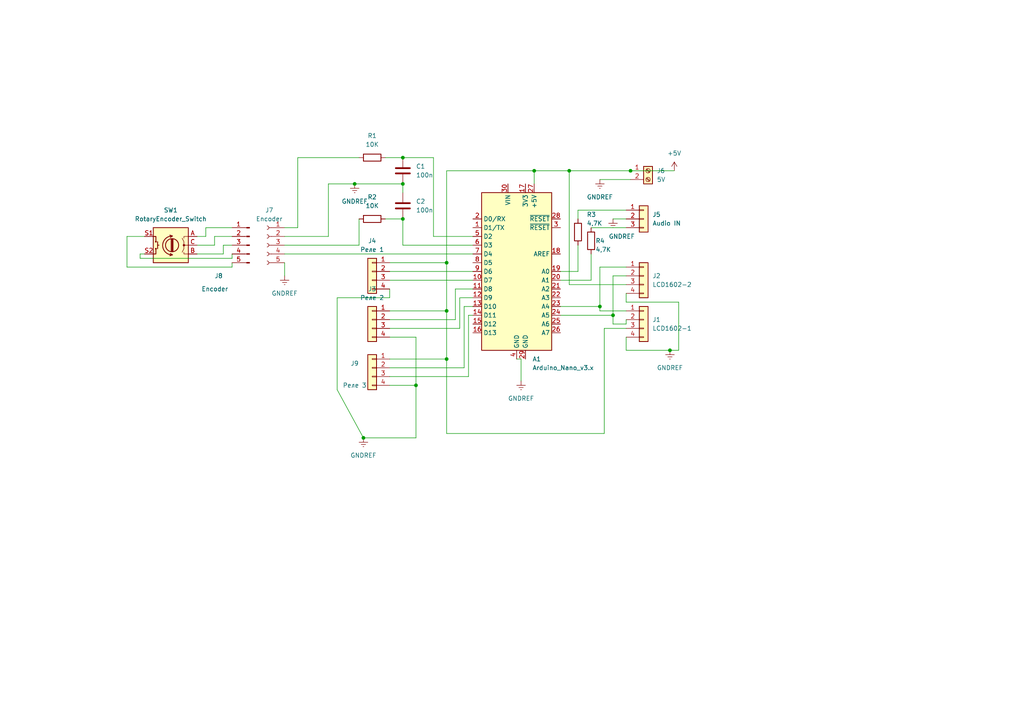
<source format=kicad_sch>
(kicad_sch (version 20211123) (generator eeschema)
  (paper "A4")
  (lib_symbols
    (symbol "Connector:Conn_01x05_Female" (pin_names (offset 1.016) hide)
      (property "Reference" "J" (at 0 7.62 0))
      (property "Value" "Conn_01x05_Female" (at 0 -7.62 0))
      (symbol "Conn_01x05_Female_1_1"
        (arc (start 0 -4.572) (mid -0.508 -5.08) (end 0 -5.588) (stroke (width 0.1524)))
        (arc (start 0 -2.032) (mid -0.508 -2.54) (end 0 -3.048) (stroke (width 0.1524)))
        (polyline (pts (xy -1.27 -5.08) (xy -0.508 -5.08)) (stroke (width 0.1524)))
        (polyline (pts (xy -1.27 -2.54) (xy -0.508 -2.54)) (stroke (width 0.1524)))
        (polyline (pts (xy -1.27 0) (xy -0.508 0)) (stroke (width 0.1524)))
        (polyline (pts (xy -1.27 2.54) (xy -0.508 2.54)) (stroke (width 0.1524)))
        (polyline (pts (xy -1.27 5.08) (xy -0.508 5.08)) (stroke (width 0.1524)))
        (arc (start 0 0.508) (mid -0.508 0) (end 0 -0.508) (stroke (width 0.1524)))
        (arc (start 0 3.048) (mid -0.508 2.54) (end 0 2.032) (stroke (width 0.1524)))
        (arc (start 0 5.588) (mid -0.508 5.08) (end 0 4.572) (stroke (width 0.1524)))
        (pin passive line (at -5.08 5.08 0) (length 3.81) (name "Pin_1") (number "1"))
        (pin passive line (at -5.08 2.54 0) (length 3.81) (name "Pin_2") (number "2"))
        (pin passive line (at -5.08 0 0) (length 3.81) (name "Pin_3") (number "3"))
        (pin passive line (at -5.08 -2.54 0) (length 3.81) (name "Pin_4") (number "4"))
        (pin passive line (at -5.08 -5.08 0) (length 3.81) (name "Pin_5") (number "5"))
      )
    )
    (symbol "Connector:Conn_01x05_Male" (pin_names (offset 1.016) hide)
      (property "Reference" "J" (at 0 7.62 0))
      (property "Value" "Conn_01x05_Male" (at 0 -7.62 0))
      (symbol "Conn_01x05_Male_1_1"
        (polyline (pts (xy 1.27 -5.08) (xy 0.8636 -5.08)) (stroke (width 0.1524)))
        (polyline (pts (xy 1.27 -2.54) (xy 0.8636 -2.54)) (stroke (width 0.1524)))
        (polyline (pts (xy 1.27 0) (xy 0.8636 0)) (stroke (width 0.1524)))
        (polyline (pts (xy 1.27 2.54) (xy 0.8636 2.54)) (stroke (width 0.1524)))
        (polyline (pts (xy 1.27 5.08) (xy 0.8636 5.08)) (stroke (width 0.1524)))
        (rectangle (start 0.8636 -4.953) (end 0 -5.207) (stroke (width 0.1524)) (fill (type outline)))
        (rectangle (start 0.8636 -2.413) (end 0 -2.667) (stroke (width 0.1524)) (fill (type outline)))
        (rectangle (start 0.8636 0.127) (end 0 -0.127) (stroke (width 0.1524)) (fill (type outline)))
        (rectangle (start 0.8636 2.667) (end 0 2.413) (stroke (width 0.1524)) (fill (type outline)))
        (rectangle (start 0.8636 5.207) (end 0 4.953) (stroke (width 0.1524)) (fill (type outline)))
        (pin passive line (at 5.08 5.08 180) (length 3.81) (name "Pin_1") (number "1"))
        (pin passive line (at 5.08 2.54 180) (length 3.81) (name "Pin_2") (number "2"))
        (pin passive line (at 5.08 0 180) (length 3.81) (name "Pin_3") (number "3"))
        (pin passive line (at 5.08 -2.54 180) (length 3.81) (name "Pin_4") (number "4"))
        (pin passive line (at 5.08 -5.08 180) (length 3.81) (name "Pin_5") (number "5"))
      )
    )
    (symbol "Connector:Screw_Terminal_01x02" (pin_names (offset 1.016) hide)
      (property "Reference" "J" (at 0 2.54 0))
      (property "Value" "Screw_Terminal_01x02" (at 0 -5.08 0))
      (symbol "Screw_Terminal_01x02_1_1"
        (rectangle (start -1.27 1.27) (end 1.27 -3.81) (stroke (width 0.254)) (fill (type background)))
        (circle (center 0 -2.54) (radius 0.635) (stroke (width 0.1524)))
        (polyline (pts (xy -0.5334 -2.2098) (xy 0.3302 -3.048)) (stroke (width 0.1524)))
        (polyline (pts (xy -0.5334 0.3302) (xy 0.3302 -0.508)) (stroke (width 0.1524)))
        (polyline (pts (xy -0.3556 -2.032) (xy 0.508 -2.8702)) (stroke (width 0.1524)))
        (polyline (pts (xy -0.3556 0.508) (xy 0.508 -0.3302)) (stroke (width 0.1524)))
        (circle (center 0 0) (radius 0.635) (stroke (width 0.1524)))
        (pin passive line (at -5.08 0 0) (length 3.81) (name "Pin_1") (number "1"))
        (pin passive line (at -5.08 -2.54 0) (length 3.81) (name "Pin_2") (number "2"))
      )
    )
    (symbol "Connector_Generic:Conn_01x03" (pin_names (offset 1.016) hide)
      (property "Reference" "J" (at 0 5.08 0))
      (property "Value" "Conn_01x03" (at 0 -5.08 0))
      (symbol "Conn_01x03_1_1"
        (rectangle (start -1.27 -2.413) (end 0 -2.667) (stroke (width 0.1524)))
        (rectangle (start -1.27 0.127) (end 0 -0.127) (stroke (width 0.1524)))
        (rectangle (start -1.27 2.667) (end 0 2.413) (stroke (width 0.1524)))
        (rectangle (start -1.27 3.81) (end 1.27 -3.81) (stroke (width 0.254)) (fill (type background)))
        (pin passive line (at -5.08 2.54 0) (length 3.81) (name "Pin_1") (number "1"))
        (pin passive line (at -5.08 0 0) (length 3.81) (name "Pin_2") (number "2"))
        (pin passive line (at -5.08 -2.54 0) (length 3.81) (name "Pin_3") (number "3"))
      )
    )
    (symbol "Connector_Generic:Conn_01x04" (pin_names (offset 1.016) hide)
      (property "Reference" "J" (at 0 5.08 0))
      (property "Value" "Conn_01x04" (at 0 -7.62 0))
      (symbol "Conn_01x04_1_1"
        (rectangle (start -1.27 -4.953) (end 0 -5.207) (stroke (width 0.1524)))
        (rectangle (start -1.27 -2.413) (end 0 -2.667) (stroke (width 0.1524)))
        (rectangle (start -1.27 0.127) (end 0 -0.127) (stroke (width 0.1524)))
        (rectangle (start -1.27 2.667) (end 0 2.413) (stroke (width 0.1524)))
        (rectangle (start -1.27 3.81) (end 1.27 -6.35) (stroke (width 0.254)) (fill (type background)))
        (pin passive line (at -5.08 2.54 0) (length 3.81) (name "Pin_1") (number "1"))
        (pin passive line (at -5.08 0 0) (length 3.81) (name "Pin_2") (number "2"))
        (pin passive line (at -5.08 -2.54 0) (length 3.81) (name "Pin_3") (number "3"))
        (pin passive line (at -5.08 -5.08 0) (length 3.81) (name "Pin_4") (number "4"))
      )
    )
    (symbol "Device:C" (pin_numbers hide) (pin_names (offset 0.254))
      (property "Reference" "C" (at 0.635 2.54 0))
      (property "Value" "C" (at 0.635 -2.54 0))
      (symbol "C_0_1"
        (polyline (pts (xy -2.032 -0.762) (xy 2.032 -0.762)) (stroke (width 0.508)))
        (polyline (pts (xy -2.032 0.762) (xy 2.032 0.762)) (stroke (width 0.508)))
      )
      (symbol "C_1_1"
        (pin passive line (at 0 3.81 270) (length 2.794) (name "~") (number "1"))
        (pin passive line (at 0 -3.81 90) (length 2.794) (name "~") (number "2"))
      )
    )
    (symbol "Device:R" (pin_numbers hide) (pin_names (offset 0))
      (property "Reference" "R" (at 2.032 0 90))
      (property "Value" "R" (at 0 0 90))
      (symbol "R_0_1"
        (rectangle (start -1.016 -2.54) (end 1.016 2.54) (stroke (width 0.254)))
      )
      (symbol "R_1_1"
        (pin passive line (at 0 3.81 270) (length 1.27) (name "~") (number "1"))
        (pin passive line (at 0 -3.81 90) (length 1.27) (name "~") (number "2"))
      )
    )
    (symbol "Device:RotaryEncoder_Switch" (pin_names (offset 0.254) hide)
      (property "Reference" "SW" (at 0 6.604 0))
      (property "Value" "RotaryEncoder_Switch" (at 0 -6.604 0))
      (symbol "RotaryEncoder_Switch_0_1"
        (rectangle (start -5.08 5.08) (end 5.08 -5.08) (stroke (width 0.254)) (fill (type background)))
        (circle (center -3.81 0) (radius 0.254) (fill (type outline)))
        (arc (start -0.381 -2.794) (mid 2.3622 -0.0508) (end -0.381 2.667) (stroke (width 0.254)))
        (circle (center -0.381 0) (radius 1.905) (stroke (width 0.254)))
        (polyline (pts (xy -0.635 -1.778) (xy -0.635 1.778)) (stroke (width 0.254)))
        (polyline (pts (xy -0.381 -1.778) (xy -0.381 1.778)) (stroke (width 0.254)))
        (polyline (pts (xy -0.127 1.778) (xy -0.127 -1.778)) (stroke (width 0.254)))
        (polyline (pts (xy 3.81 0) (xy 3.429 0)) (stroke (width 0.254)))
        (polyline (pts (xy 3.81 1.016) (xy 3.81 -1.016)) (stroke (width 0.254)))
        (polyline (pts (xy -5.08 -2.54) (xy -3.81 -2.54) (xy -3.81 -2.032)))
        (polyline (pts (xy -5.08 2.54) (xy -3.81 2.54) (xy -3.81 2.032)))
        (polyline (pts (xy 0.254 -3.048) (xy -0.508 -2.794) (xy 0.127 -2.413)) (stroke (width 0.254)))
        (polyline (pts (xy 0.254 2.921) (xy -0.508 2.667) (xy 0.127 2.286)) (stroke (width 0.254)))
        (polyline (pts (xy 5.08 -2.54) (xy 4.318 -2.54) (xy 4.318 -1.016)) (stroke (width 0.254)))
        (polyline (pts (xy 5.08 2.54) (xy 4.318 2.54) (xy 4.318 1.016)) (stroke (width 0.254)))
        (polyline (pts (xy -5.08 0) (xy -3.81 0) (xy -3.81 -1.016) (xy -3.302 -2.032)))
        (polyline (pts (xy -4.318 0) (xy -3.81 0) (xy -3.81 1.016) (xy -3.302 2.032)))
        (circle (center 4.318 -1.016) (radius 0.127) (stroke (width 0.254)))
        (circle (center 4.318 1.016) (radius 0.127) (stroke (width 0.254)))
      )
      (symbol "RotaryEncoder_Switch_1_1"
        (pin passive line (at -7.62 2.54 0) (length 2.54) (name "A") (number "A"))
        (pin passive line (at -7.62 -2.54 0) (length 2.54) (name "B") (number "B"))
        (pin passive line (at -7.62 0 0) (length 2.54) (name "C") (number "C"))
        (pin passive line (at 7.62 2.54 180) (length 2.54) (name "S1") (number "S1"))
        (pin passive line (at 7.62 -2.54 180) (length 2.54) (name "S2") (number "S2"))
      )
    )
    (symbol "MCU_Module:Arduino_Nano_v3.x"
      (property "Reference" "A" (at -10.16 23.495 0))
      (property "Value" "Arduino_Nano_v3.x" (at 5.08 -24.13 0))
      (symbol "Arduino_Nano_v3.x_0_1"
        (rectangle (start -10.16 22.86) (end 10.16 -22.86) (stroke (width 0.254)) (fill (type background)))
      )
      (symbol "Arduino_Nano_v3.x_1_1"
        (pin bidirectional line (at -12.7 12.7 0) (length 2.54) (name "D1/TX") (number "1"))
        (pin bidirectional line (at -12.7 -2.54 0) (length 2.54) (name "D7") (number "10"))
        (pin bidirectional line (at -12.7 -5.08 0) (length 2.54) (name "D8") (number "11"))
        (pin bidirectional line (at -12.7 -7.62 0) (length 2.54) (name "D9") (number "12"))
        (pin bidirectional line (at -12.7 -10.16 0) (length 2.54) (name "D10") (number "13"))
        (pin bidirectional line (at -12.7 -12.7 0) (length 2.54) (name "D11") (number "14"))
        (pin bidirectional line (at -12.7 -15.24 0) (length 2.54) (name "D12") (number "15"))
        (pin bidirectional line (at -12.7 -17.78 0) (length 2.54) (name "D13") (number "16"))
        (pin power_out line (at 2.54 25.4 270) (length 2.54) (name "3V3") (number "17"))
        (pin input line (at 12.7 5.08 180) (length 2.54) (name "AREF") (number "18"))
        (pin bidirectional line (at 12.7 0 180) (length 2.54) (name "A0") (number "19"))
        (pin bidirectional line (at -12.7 15.24 0) (length 2.54) (name "D0/RX") (number "2"))
        (pin bidirectional line (at 12.7 -2.54 180) (length 2.54) (name "A1") (number "20"))
        (pin bidirectional line (at 12.7 -5.08 180) (length 2.54) (name "A2") (number "21"))
        (pin bidirectional line (at 12.7 -7.62 180) (length 2.54) (name "A3") (number "22"))
        (pin bidirectional line (at 12.7 -10.16 180) (length 2.54) (name "A4") (number "23"))
        (pin bidirectional line (at 12.7 -12.7 180) (length 2.54) (name "A5") (number "24"))
        (pin bidirectional line (at 12.7 -15.24 180) (length 2.54) (name "A6") (number "25"))
        (pin bidirectional line (at 12.7 -17.78 180) (length 2.54) (name "A7") (number "26"))
        (pin power_out line (at 5.08 25.4 270) (length 2.54) (name "+5V") (number "27"))
        (pin input line (at 12.7 15.24 180) (length 2.54) (name "~{RESET}") (number "28"))
        (pin power_in line (at 2.54 -25.4 90) (length 2.54) (name "GND") (number "29"))
        (pin input line (at 12.7 12.7 180) (length 2.54) (name "~{RESET}") (number "3"))
        (pin power_in line (at -2.54 25.4 270) (length 2.54) (name "VIN") (number "30"))
        (pin power_in line (at 0 -25.4 90) (length 2.54) (name "GND") (number "4"))
        (pin bidirectional line (at -12.7 10.16 0) (length 2.54) (name "D2") (number "5"))
        (pin bidirectional line (at -12.7 7.62 0) (length 2.54) (name "D3") (number "6"))
        (pin bidirectional line (at -12.7 5.08 0) (length 2.54) (name "D4") (number "7"))
        (pin bidirectional line (at -12.7 2.54 0) (length 2.54) (name "D5") (number "8"))
        (pin bidirectional line (at -12.7 0 0) (length 2.54) (name "D6") (number "9"))
      )
    )
    (symbol "power:+5V" (power) (pin_names (offset 0))
      (property "Value" "+5V" (at 0 3.556 0))
      (symbol "+5V_0_1"
        (polyline (pts (xy -0.762 1.27) (xy 0 2.54)))
        (polyline (pts (xy 0 0) (xy 0 2.54)))
        (polyline (pts (xy 0 2.54) (xy 0.762 1.27)))
      )
      (symbol "+5V_1_1"
        (pin power_in line (at 0 0 90) (length 0) hide (name "+5V") (number "1"))
      )
    )
    (symbol "power:GNDREF" (power) (pin_names (offset 0))
      (property "Value" "GNDREF" (at 0 -3.81 0))
      (symbol "GNDREF_0_1"
        (polyline (pts (xy -0.635 -1.905) (xy 0.635 -1.905)))
        (polyline (pts (xy -0.127 -2.54) (xy 0.127 -2.54)))
        (polyline (pts (xy 0 -1.27) (xy 0 0)))
        (polyline (pts (xy 1.27 -1.27) (xy -1.27 -1.27)))
      )
      (symbol "GNDREF_1_1"
        (pin power_in line (at 0 0 270) (length 0) hide (name "GNDREF") (number "1"))
      )
    )
  )
  (junction (at 129.54 104.14))
  (junction (at 165.1 49.53))
  (junction (at 105.41 127))
  (junction (at 154.94 49.53))
  (junction (at 194.31 101.6))
  (junction (at 129.54 76.2))
  (junction (at 116.84 63.5))
  (junction (at 182.88 49.53))
  (junction (at 120.65 111.76))
  (junction (at 116.84 53.34))
  (junction (at 116.84 45.72))
  (junction (at 129.54 90.17))
  (junction (at 102.87 53.34))
  (junction (at 177.8 91.44))
  (junction (at 173.99 88.9))
  (wire (pts (xy 111.76 63.5) (xy 116.84 63.5)))
  (wire (pts (xy 36.83 68.58) (xy 36.83 77.47)))
  (wire (pts (xy 113.03 109.22) (xy 135.89 109.22)))
  (wire (pts (xy 129.54 49.53) (xy 154.94 49.53)))
  (wire (pts (xy 137.16 71.12) (xy 116.84 71.12)))
  (wire (pts (xy 196.85 87.63) (xy 196.85 101.6)))
  (wire (pts (xy 181.61 93.98) (xy 181.61 92.71)))
  (wire (pts (xy 86.36 45.72) (xy 104.14 45.72)))
  (wire (pts (xy 116.84 71.12) (xy 116.84 63.5)))
  (wire (pts (xy 125.73 68.58) (xy 125.73 45.72)))
  (wire (pts (xy 196.85 101.6) (xy 194.31 101.6)))
  (wire (pts (xy 113.03 104.14) (xy 129.54 104.14)))
  (wire (pts (xy 135.89 109.22) (xy 135.89 91.44)))
  (wire (pts (xy 125.73 45.72) (xy 116.84 45.72)))
  (wire (pts (xy 171.45 81.28) (xy 162.56 81.28)))
  (wire (pts (xy 82.55 68.58) (xy 95.25 68.58)))
  (wire (pts (xy 181.61 80.01) (xy 177.8 80.01)))
  (wire (pts (xy 129.54 90.17) (xy 129.54 104.14)))
  (wire (pts (xy 165.1 82.55) (xy 165.1 49.53)))
  (wire (pts (xy 113.03 86.36) (xy 113.03 83.82)))
  (wire (pts (xy 175.26 125.73) (xy 129.54 125.73)))
  (wire (pts (xy 105.41 127) (xy 120.65 127)))
  (wire (pts (xy 151.13 104.14) (xy 151.13 110.49)))
  (wire (pts (xy 57.15 68.58) (xy 59.69 68.58)))
  (wire (pts (xy 167.64 71.12) (xy 167.64 78.74)))
  (wire (pts (xy 149.86 104.14) (xy 151.13 104.14)))
  (wire (pts (xy 62.23 68.58) (xy 67.31 68.58)))
  (wire (pts (xy 171.45 66.04) (xy 181.61 66.04)))
  (wire (pts (xy 129.54 104.14) (xy 129.54 125.73)))
  (wire (pts (xy 173.99 88.9) (xy 173.99 90.17)))
  (wire (pts (xy 129.54 76.2) (xy 129.54 90.17)))
  (wire (pts (xy 175.26 95.25) (xy 175.26 125.73)))
  (wire (pts (xy 36.83 77.47) (xy 67.31 77.47)))
  (wire (pts (xy 64.77 71.12) (xy 67.31 71.12)))
  (wire (pts (xy 67.31 77.47) (xy 67.31 76.2)))
  (wire (pts (xy 129.54 49.53) (xy 129.54 76.2)))
  (wire (pts (xy 134.62 106.68) (xy 134.62 88.9)))
  (wire (pts (xy 171.45 73.66) (xy 171.45 81.28)))
  (wire (pts (xy 113.03 76.2) (xy 129.54 76.2)))
  (wire (pts (xy 133.35 95.25) (xy 133.35 86.36)))
  (wire (pts (xy 181.61 82.55) (xy 165.1 82.55)))
  (wire (pts (xy 132.08 92.71) (xy 132.08 83.82)))
  (wire (pts (xy 154.94 49.53) (xy 154.94 53.34)))
  (wire (pts (xy 64.77 73.66) (xy 64.77 71.12)))
  (wire (pts (xy 181.61 95.25) (xy 175.26 95.25)))
  (wire (pts (xy 113.03 81.28) (xy 137.16 81.28)))
  (wire (pts (xy 82.55 80.01) (xy 82.55 76.2)))
  (wire (pts (xy 181.61 63.5) (xy 177.8 63.5)))
  (wire (pts (xy 67.31 74.93) (xy 67.31 73.66)))
  (wire (pts (xy 113.03 92.71) (xy 132.08 92.71)))
  (wire (pts (xy 86.36 66.04) (xy 86.36 45.72)))
  (wire (pts (xy 181.61 87.63) (xy 196.85 87.63)))
  (wire (pts (xy 181.61 97.79) (xy 181.61 101.6)))
  (wire (pts (xy 181.61 85.09) (xy 181.61 87.63)))
  (wire (pts (xy 173.99 90.17) (xy 181.61 90.17)))
  (wire (pts (xy 167.64 60.96) (xy 181.61 60.96)))
  (wire (pts (xy 59.69 66.04) (xy 67.31 66.04)))
  (wire (pts (xy 173.99 77.47) (xy 173.99 88.9)))
  (wire (pts (xy 82.55 66.04) (xy 86.36 66.04)))
  (wire (pts (xy 154.94 49.53) (xy 165.1 49.53)))
  (wire (pts (xy 97.79 86.36) (xy 97.79 113.03)))
  (wire (pts (xy 167.64 78.74) (xy 162.56 78.74)))
  (wire (pts (xy 57.15 71.12) (xy 62.23 71.12)))
  (wire (pts (xy 59.69 68.58) (xy 59.69 66.04)))
  (wire (pts (xy 41.91 68.58) (xy 36.83 68.58)))
  (wire (pts (xy 104.14 71.12) (xy 104.14 63.5)))
  (wire (pts (xy 177.8 93.98) (xy 181.61 93.98)))
  (wire (pts (xy 40.64 73.66) (xy 40.64 74.93)))
  (wire (pts (xy 113.03 78.74) (xy 137.16 78.74)))
  (wire (pts (xy 41.91 73.66) (xy 40.64 73.66)))
  (wire (pts (xy 135.89 91.44) (xy 137.16 91.44)))
  (wire (pts (xy 177.8 80.01) (xy 177.8 91.44)))
  (wire (pts (xy 97.79 86.36) (xy 113.03 86.36)))
  (wire (pts (xy 137.16 68.58) (xy 125.73 68.58)))
  (wire (pts (xy 97.79 113.03) (xy 105.41 127)))
  (wire (pts (xy 82.55 73.66) (xy 137.16 73.66)))
  (wire (pts (xy 181.61 77.47) (xy 173.99 77.47)))
  (wire (pts (xy 162.56 91.44) (xy 177.8 91.44)))
  (wire (pts (xy 120.65 97.79) (xy 120.65 111.76)))
  (wire (pts (xy 95.25 68.58) (xy 95.25 53.34)))
  (wire (pts (xy 182.88 49.53) (xy 195.58 49.53)))
  (wire (pts (xy 40.64 74.93) (xy 67.31 74.93)))
  (wire (pts (xy 167.64 63.5) (xy 167.64 60.96)))
  (wire (pts (xy 62.23 71.12) (xy 62.23 68.58)))
  (wire (pts (xy 82.55 71.12) (xy 104.14 71.12)))
  (wire (pts (xy 133.35 86.36) (xy 137.16 86.36)))
  (wire (pts (xy 57.15 73.66) (xy 64.77 73.66)))
  (wire (pts (xy 165.1 49.53) (xy 182.88 49.53)))
  (wire (pts (xy 102.87 53.34) (xy 116.84 53.34)))
  (wire (pts (xy 162.56 88.9) (xy 173.99 88.9)))
  (wire (pts (xy 134.62 88.9) (xy 137.16 88.9)))
  (wire (pts (xy 182.88 52.07) (xy 173.99 52.07)))
  (wire (pts (xy 113.03 106.68) (xy 134.62 106.68)))
  (wire (pts (xy 95.25 53.34) (xy 102.87 53.34)))
  (wire (pts (xy 181.61 101.6) (xy 194.31 101.6)))
  (wire (pts (xy 177.8 91.44) (xy 177.8 93.98)))
  (wire (pts (xy 113.03 90.17) (xy 129.54 90.17)))
  (wire (pts (xy 113.03 111.76) (xy 120.65 111.76)))
  (wire (pts (xy 116.84 53.34) (xy 116.84 55.88)))
  (wire (pts (xy 120.65 111.76) (xy 120.65 127)))
  (wire (pts (xy 113.03 95.25) (xy 133.35 95.25)))
  (wire (pts (xy 120.65 97.79) (xy 113.03 97.79)))
  (wire (pts (xy 111.76 45.72) (xy 116.84 45.72)))
  (wire (pts (xy 132.08 83.82) (xy 137.16 83.82)))
  (symbol (lib_id "Connector_Generic:Conn_01x04") (at 186.69 92.71 0) (unit 1)
    (property "Reference" "J1" (at 189.23 92.7099 0) (effects (justify left)))
    (property "Value" "LCD1602-1" (at 189.23 95.2499 0) (effects (justify left)))
    (property "Footprint" "Connector_JST:JST_XH_B4B-XH-A_1x04_P2.50mm_Vertical" (effects hide))
  )
  (symbol (lib_id "Connector:Screw_Terminal_01x02") (at 187.96 49.53 0) (unit 1)
    (property "Reference" "J6" (at 190.5 49.5299 0) (effects (justify left)))
    (property "Value" "5V" (at 190.5 52.0699 0) (effects (justify left)))
    (property "Footprint" "TerminalBlock:TerminalBlock_bornier-2_P5.08mm" (effects hide))
  )
  (symbol (lib_id "Connector_Generic:Conn_01x04") (at 107.95 78.74 0) (mirror y) (unit 1)
    (property "Reference" "J4" (at 107.95 69.85 0))
    (property "Value" "Реле 1" (at 107.95 72.39 0))
    (property "Footprint" "Connector_JST:JST_XH_B4B-XH-A_1x04_P2.50mm_Vertical" (effects hide))
  )
  (symbol (lib_id "power:+5V") (at 195.58 49.53 0) (unit 1)
    (property "Reference" "#PWR0105" (effects hide))
    (property "Value" "+5V" (at 195.58 44.45 0))
  )
  (symbol (lib_id "Device:R") (at 171.45 69.85 0) (unit 1)
    (property "Reference" "R4" (at 172.72 69.85 0) (effects (justify left)))
    (property "Value" "4,7K" (at 172.72 72.39 0) (effects (justify left)))
    (property "Footprint" "Resistor_THT:R_Axial_DIN0207_L6.3mm_D2.5mm_P10.16mm_Horizontal" (effects hide))
  )
  (symbol (lib_id "MCU_Module:Arduino_Nano_v3.x") (at 149.86 78.74 0) (unit 1)
    (property "Reference" "A1" (at 154.4194 104.14 0) (effects (justify left)))
    (property "Value" "Arduino_Nano_v3.x" (at 154.4194 106.68 0) (effects (justify left)))
    (property "Footprint" "Module:Arduino_Nano" (effects hide))
    (property "Datasheet" "http://www.mouser.com/pdfdocs/Gravitech_Arduino_Nano3_0.pdf" (effects hide))
  )
  (symbol (lib_id "Connector_Generic:Conn_01x04") (at 186.69 80.01 0) (unit 1)
    (property "Reference" "J2" (at 189.23 80.0099 0) (effects (justify left)))
    (property "Value" "LCD1602-2" (at 189.23 82.5499 0) (effects (justify left)))
    (property "Footprint" "Connector_JST:JST_XH_B4B-XH-A_1x04_P2.50mm_Vertical" (effects hide))
  )
  (symbol (lib_id "power:GNDREF") (at 102.87 53.34 0) (unit 1)
    (property "Reference" "#PWR0107" (effects hide))
    (property "Value" "GNDREF" (at 102.87 58.42 0))
  )
  (symbol (lib_id "Connector:Conn_01x05_Female") (at 77.47 71.12 0) (mirror y) (unit 1)
    (property "Reference" "J7" (at 78.105 60.96 0))
    (property "Value" "Encoder" (at 78.105 63.5 0))
    (property "Footprint" "Connector_JST:JST_XH_B5B-XH-A_1x05_P2.50mm_Vertical" (effects hide))
  )
  (symbol (lib_id "power:GNDREF") (at 177.8 63.5 0) (unit 1)
    (property "Reference" "#PWR0103" (effects hide))
    (property "Value" "GNDREF" (at 180.34 68.58 0))
  )
  (symbol (lib_id "power:GNDREF") (at 194.31 101.6 0) (unit 1)
    (property "Reference" "#PWR0104" (effects hide))
    (property "Value" "GNDREF" (at 194.31 106.68 0))
  )
  (symbol (lib_id "power:GNDREF") (at 82.55 80.01 0) (unit 1)
    (property "Reference" "#PWR0108" (effects hide))
    (property "Value" "GNDREF" (at 82.55 85.09 0))
  )
  (symbol (lib_id "power:GNDREF") (at 173.99 52.07 0) (unit 1)
    (property "Reference" "#PWR0106" (effects hide))
    (property "Value" "GNDREF" (at 173.99 57.15 0))
  )
  (symbol (lib_id "Device:R") (at 107.95 63.5 90) (unit 1)
    (property "Reference" "R2" (at 107.95 57.15 90))
    (property "Value" "10K" (at 107.95 59.69 90))
    (property "Footprint" "Resistor_THT:R_Axial_DIN0207_L6.3mm_D2.5mm_P10.16mm_Horizontal" (effects hide))
  )
  (symbol (lib_id "Connector_Generic:Conn_01x04") (at 107.95 106.68 0) (mirror y) (unit 1)
    (property "Reference" "J9" (at 102.87 105.41 0))
    (property "Value" "Реле 3" (at 102.87 111.76 0))
    (property "Footprint" "Connector_JST:JST_XH_B4B-XH-A_1x04_P2.50mm_Vertical" (effects hide))
  )
  (symbol (lib_id "Device:RotaryEncoder_Switch") (at 49.53 71.12 0) (mirror y) (unit 1)
    (property "Reference" "SW1" (at 49.53 60.96 0))
    (property "Value" "RotaryEncoder_Switch" (at 49.53 63.5 0))
    (property "Footprint" "Rotary_Encoder:RotaryEncoder_Alps_EC11E-Switch_Vertical_H20mm" (effects hide))
  )
  (symbol (lib_id "Device:R") (at 167.64 67.31 0) (unit 1)
    (property "Reference" "R3" (at 170.18 62.23 0) (effects (justify left)))
    (property "Value" "4,7K" (at 170.18 64.77 0) (effects (justify left)))
    (property "Footprint" "Resistor_THT:R_Axial_DIN0207_L6.3mm_D2.5mm_P10.16mm_Horizontal" (effects hide))
  )
  (symbol (lib_id "Connector_Generic:Conn_01x03") (at 186.69 63.5 0) (unit 1)
    (property "Reference" "J5" (at 189.23 62.2299 0) (effects (justify left)))
    (property "Value" "Audio IN" (at 189.23 64.7699 0) (effects (justify left)))
    (property "Footprint" "Connector_JST:JST_XH_B3B-XH-A_1x03_P2.50mm_Vertical" (effects hide))
  )
  (symbol (lib_id "power:GNDREF") (at 105.41 127 0) (unit 1)
    (property "Reference" "#PWR0102" (effects hide))
    (property "Value" "GNDREF" (at 105.41 132.08 0))
  )
  (symbol (lib_id "Connector_Generic:Conn_01x04") (at 107.95 92.71 0) (mirror y) (unit 1)
    (property "Reference" "J3" (at 107.95 83.82 0))
    (property "Value" "Реле 2" (at 107.95 86.36 0))
    (property "Footprint" "Connector_JST:JST_XH_B4B-XH-A_1x04_P2.50mm_Vertical" (effects hide))
  )
  (symbol (lib_id "Connector:Conn_01x05_Male") (at 72.39 71.12 0) (mirror y) (unit 1)
    (property "Reference" "J8" (at 62.23 80.01 0) (effects (justify right)))
    (property "Value" "Encoder" (at 58.42 83.82 0) (effects (justify right)))
  )
  (symbol (lib_id "power:GNDREF") (at 151.13 110.49 0) (unit 1)
    (property "Reference" "#PWR0101" (effects hide))
    (property "Value" "GNDREF" (at 151.13 115.57 0))
  )
  (symbol (lib_id "Device:R") (at 107.95 45.72 90) (unit 1)
    (property "Reference" "R1" (at 107.95 39.37 90))
    (property "Value" "10K" (at 107.95 41.91 90))
    (property "Footprint" "Resistor_THT:R_Axial_DIN0207_L6.3mm_D2.5mm_P10.16mm_Horizontal" (effects hide))
  )
  (symbol (lib_id "Device:C") (at 116.84 59.69 0) (unit 1)
    (property "Reference" "C2" (at 120.65 58.4199 0) (effects (justify left)))
    (property "Value" "100n" (at 120.65 60.9599 0) (effects (justify left)))
    (property "Footprint" "Capacitor_THT:C_Disc_D4.7mm_W2.5mm_P5.00mm" (effects hide))
  )
  (symbol (lib_id "Device:C") (at 116.84 49.53 0) (unit 1)
    (property "Reference" "C1" (at 120.65 48.2599 0) (effects (justify left)))
    (property "Value" "100n" (at 120.65 50.7999 0) (effects (justify left)))
    (property "Footprint" "Capacitor_THT:C_Disc_D4.7mm_W2.5mm_P5.00mm" (effects hide))
  )
)
</source>
